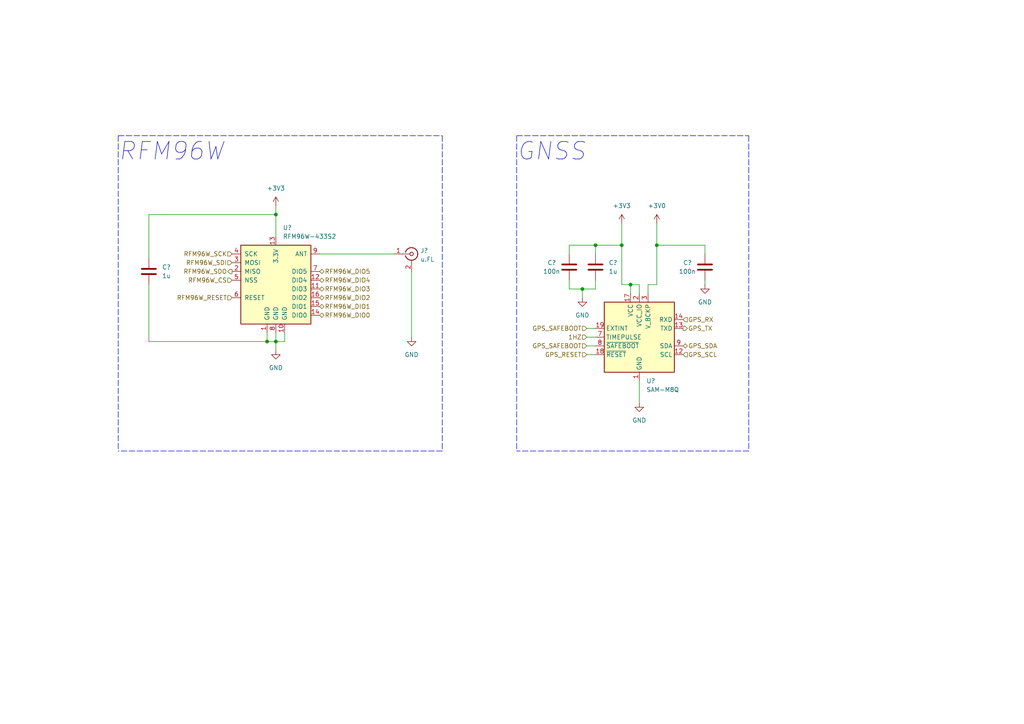
<source format=kicad_sch>
(kicad_sch (version 20211123) (generator eeschema)
  (paper "A4")
  (title_block (rev "1.0"))
  (lib_symbols
    (symbol "Connector:Conn_Coaxial" (pin_names (offset 1.016) hide)
      (property "Reference" "J" (at 0.254 3.048 0))
      (property "Value" "Conn_Coaxial" (at 2.921 0 90))
      (symbol "Conn_Coaxial_0_1"
        (arc (start -1.778 -0.508) (mid 0.2311 -1.8066) (end 1.778 0) (stroke (width 0.254)))
        (polyline (pts (xy -2.54 0) (xy -0.508 0)))
        (polyline (pts (xy 0 -2.54) (xy 0 -1.778)))
        (circle (center 0 0) (radius 0.508) (stroke (width 0.2032)))
        (arc (start 1.778 0) (mid 0.2099 1.8101) (end -1.778 0.508) (stroke (width 0.254)))
      )
      (symbol "Conn_Coaxial_1_1"
        (pin passive line (at -5.08 0 0) (length 2.54) (name "In") (number "1"))
        (pin passive line (at 0 -5.08 90) (length 2.54) (name "Ext") (number "2"))
      )
    )
    (symbol "Device:C" (pin_numbers hide) (pin_names (offset 0.254))
      (property "Reference" "C" (at 0.635 2.54 0))
      (property "Value" "C" (at 0.635 -2.54 0))
      (symbol "C_0_1"
        (polyline (pts (xy -2.032 -0.762) (xy 2.032 -0.762)) (stroke (width 0.508)))
        (polyline (pts (xy -2.032 0.762) (xy 2.032 0.762)) (stroke (width 0.508)))
      )
      (symbol "C_1_1"
        (pin passive line (at 0 3.81 270) (length 2.794) (name "~") (number "1"))
        (pin passive line (at 0 -3.81 90) (length 2.794) (name "~") (number "2"))
      )
    )
    (symbol "RF_GPS:SAM-M8Q"
      (property "Reference" "U" (at -8.89 11.43 0))
      (property "Value" "SAM-M8Q" (at 8.89 11.43 0))
      (symbol "SAM-M8Q_0_1"
        (rectangle (start -10.16 10.16) (end 10.16 -10.16) (stroke (width 0.254)) (fill (type background)))
      )
      (symbol "SAM-M8Q_1_1"
        (pin power_in line (at 0 -12.7 90) (length 2.54) (name "GND") (number "1"))
        (pin passive line (at 0 -12.7 90) (length 2.54) hide (name "GND") (number "10"))
        (pin passive line (at 0 -12.7 90) (length 2.54) hide (name "GND") (number "11"))
        (pin input line (at 12.7 -5.08 180) (length 2.54) (name "SCL") (number "12"))
        (pin output line (at 12.7 2.54 180) (length 2.54) (name "TXD") (number "13"))
        (pin input line (at 12.7 5.08 180) (length 2.54) (name "RXD") (number "14"))
        (pin passive line (at 0 -12.7 90) (length 2.54) hide (name "GND") (number "15"))
        (pin passive line (at 0 -12.7 90) (length 2.54) hide (name "GND") (number "16"))
        (pin power_in line (at -2.54 12.7 270) (length 2.54) (name "VCC") (number "17"))
        (pin input line (at -12.7 -5.08 0) (length 2.54) (name "~{RESET}") (number "18"))
        (pin input line (at -12.7 2.54 0) (length 2.54) (name "EXTINT") (number "19"))
        (pin power_in line (at 0 12.7 270) (length 2.54) (name "VCC_IO") (number "2"))
        (pin passive line (at 0 -12.7 90) (length 2.54) hide (name "GND") (number "20"))
        (pin power_in line (at 2.54 12.7 270) (length 2.54) (name "V_BCKP") (number "3"))
        (pin passive line (at 0 -12.7 90) (length 2.54) hide (name "GND") (number "4"))
        (pin passive line (at 0 -12.7 90) (length 2.54) hide (name "GND") (number "5"))
        (pin passive line (at 0 -12.7 90) (length 2.54) hide (name "GND") (number "6"))
        (pin output line (at -12.7 0 0) (length 2.54) (name "TIMEPULSE") (number "7"))
        (pin input line (at -12.7 -2.54 0) (length 2.54) (name "~{SAFEBOOT}") (number "8"))
        (pin bidirectional line (at 12.7 -2.54 180) (length 2.54) (name "SDA") (number "9"))
      )
    )
    (symbol "RF_Module:RFM96W-433S2" (pin_names (offset 1.016))
      (property "Reference" "U" (at -10.414 11.684 0))
      (property "Value" "RFM96W-433S2" (at 1.524 11.43 0))
      (symbol "RFM96W-433S2_0_1"
        (rectangle (start -10.16 10.16) (end 10.16 -12.7) (stroke (width 0.254)) (fill (type background)))
      )
      (symbol "RFM96W-433S2_1_1"
        (pin power_in line (at -2.54 -15.24 90) (length 2.54) (name "GND") (number "1"))
        (pin power_in line (at 2.54 -15.24 90) (length 2.54) (name "GND") (number "10"))
        (pin bidirectional line (at 12.7 -2.54 180) (length 2.54) (name "DIO3") (number "11"))
        (pin bidirectional line (at 12.7 0 180) (length 2.54) (name "DIO4") (number "12"))
        (pin power_in line (at 0 12.7 270) (length 2.54) (name "3.3V") (number "13"))
        (pin bidirectional line (at 12.7 -10.16 180) (length 2.54) (name "DIO0") (number "14"))
        (pin bidirectional line (at 12.7 -7.62 180) (length 2.54) (name "DIO1") (number "15"))
        (pin bidirectional line (at 12.7 -5.08 180) (length 2.54) (name "DIO2") (number "16"))
        (pin output line (at -12.7 2.54 0) (length 2.54) (name "MISO") (number "2"))
        (pin input line (at -12.7 5.08 0) (length 2.54) (name "MOSI") (number "3"))
        (pin input line (at -12.7 7.62 0) (length 2.54) (name "SCK") (number "4"))
        (pin input line (at -12.7 0 0) (length 2.54) (name "NSS") (number "5"))
        (pin bidirectional line (at -12.7 -5.08 0) (length 2.54) (name "RESET") (number "6"))
        (pin bidirectional line (at 12.7 2.54 180) (length 2.54) (name "DIO5") (number "7"))
        (pin power_in line (at 0 -15.24 90) (length 2.54) (name "GND") (number "8"))
        (pin bidirectional line (at 12.7 7.62 180) (length 2.54) (name "ANT") (number "9"))
      )
    )
    (symbol "power:+3V0" (power) (pin_names (offset 0))
      (property "Value" "+3V0" (at 0 3.556 0))
      (symbol "+3V0_0_1"
        (polyline (pts (xy -0.762 1.27) (xy 0 2.54)))
        (polyline (pts (xy 0 0) (xy 0 2.54)))
        (polyline (pts (xy 0 2.54) (xy 0.762 1.27)))
      )
      (symbol "+3V0_1_1"
        (pin power_in line (at 0 0 90) (length 0) hide (name "+3V0") (number "1"))
      )
    )
    (symbol "power:+3V3" (power) (pin_names (offset 0))
      (property "Value" "+3V3" (at 0 3.556 0))
      (symbol "+3V3_0_1"
        (polyline (pts (xy -0.762 1.27) (xy 0 2.54)))
        (polyline (pts (xy 0 0) (xy 0 2.54)))
        (polyline (pts (xy 0 2.54) (xy 0.762 1.27)))
      )
      (symbol "+3V3_1_1"
        (pin power_in line (at 0 0 90) (length 0) hide (name "+3V3") (number "1"))
      )
    )
    (symbol "power:GND" (power) (pin_names (offset 0))
      (property "Value" "GND" (at 0 -3.81 0))
      (symbol "GND_0_1"
        (polyline (pts (xy 0 0) (xy 0 -1.27) (xy 1.27 -1.27) (xy 0 -2.54) (xy -1.27 -1.27) (xy 0 -1.27)))
      )
      (symbol "GND_1_1"
        (pin power_in line (at 0 0 270) (length 0) hide (name "GND") (number "1"))
      )
    )
  )
  (junction (at 80.01 62.23))
  (junction (at 80.01 99.06))
  (junction (at 190.5 71.12))
  (junction (at 77.47 99.06))
  (junction (at 182.88 82.55))
  (junction (at 168.91 83.82))
  (junction (at 172.72 71.12))
  (junction (at 180.34 71.12))
  (wire (pts (xy 172.72 83.82) (xy 172.72 81.28)))
  (wire (pts (xy 185.42 82.55) (xy 185.42 85.09)))
  (wire (pts (xy 80.01 59.69) (xy 80.01 62.23)))
  (wire (pts (xy 168.91 83.82) (xy 168.91 86.36)))
  (wire (pts (xy 172.72 71.12) (xy 180.34 71.12)))
  (wire (pts (xy 182.88 82.55) (xy 182.88 85.09)))
  (wire (pts (xy 80.01 62.23) (xy 80.01 68.58)))
  (polyline (pts (xy 128.27 39.37) (xy 128.27 130.81)))
  (wire (pts (xy 80.01 99.06) (xy 82.55 99.06)))
  (wire (pts (xy 43.18 99.06) (xy 77.47 99.06)))
  (wire (pts (xy 182.88 82.55) (xy 185.42 82.55)))
  (wire (pts (xy 204.47 73.66) (xy 204.47 71.12)))
  (wire (pts (xy 119.38 78.74) (xy 119.38 97.79)))
  (polyline (pts (xy 34.29 39.37) (xy 34.29 130.81)))
  (wire (pts (xy 80.01 99.06) (xy 80.01 101.6)))
  (wire (pts (xy 170.18 100.33) (xy 172.72 100.33)))
  (wire (pts (xy 77.47 96.52) (xy 77.47 99.06)))
  (wire (pts (xy 204.47 81.28) (xy 204.47 82.55)))
  (wire (pts (xy 165.1 83.82) (xy 168.91 83.82)))
  (polyline (pts (xy 128.27 130.81) (xy 34.29 130.81)))
  (wire (pts (xy 185.42 110.49) (xy 185.42 116.84)))
  (wire (pts (xy 80.01 96.52) (xy 80.01 99.06)))
  (wire (pts (xy 190.5 64.77) (xy 190.5 71.12)))
  (wire (pts (xy 165.1 73.66) (xy 165.1 71.12)))
  (wire (pts (xy 204.47 71.12) (xy 190.5 71.12)))
  (polyline (pts (xy 149.86 39.37) (xy 217.17 39.37)))
  (wire (pts (xy 92.71 73.66) (xy 114.3 73.66)))
  (wire (pts (xy 190.5 71.12) (xy 190.5 82.55)))
  (wire (pts (xy 165.1 81.28) (xy 165.1 83.82)))
  (wire (pts (xy 170.18 95.25) (xy 172.72 95.25)))
  (polyline (pts (xy 217.17 39.37) (xy 217.17 130.81)))
  (wire (pts (xy 180.34 82.55) (xy 182.88 82.55)))
  (polyline (pts (xy 217.17 130.81) (xy 149.86 130.81)))
  (wire (pts (xy 170.18 97.79) (xy 172.72 97.79)))
  (wire (pts (xy 77.47 99.06) (xy 80.01 99.06)))
  (wire (pts (xy 172.72 71.12) (xy 172.72 73.66)))
  (wire (pts (xy 180.34 64.77) (xy 180.34 71.12)))
  (wire (pts (xy 180.34 71.12) (xy 180.34 82.55)))
  (wire (pts (xy 187.96 82.55) (xy 187.96 85.09)))
  (polyline (pts (xy 34.29 39.37) (xy 128.27 39.37)))
  (wire (pts (xy 43.18 82.55) (xy 43.18 99.06)))
  (wire (pts (xy 165.1 71.12) (xy 172.72 71.12)))
  (wire (pts (xy 43.18 74.93) (xy 43.18 62.23)))
  (wire (pts (xy 43.18 62.23) (xy 80.01 62.23)))
  (wire (pts (xy 168.91 83.82) (xy 172.72 83.82)))
  (wire (pts (xy 82.55 99.06) (xy 82.55 96.52)))
  (wire (pts (xy 190.5 82.55) (xy 187.96 82.55)))
  (wire (pts (xy 170.18 102.87) (xy 172.72 102.87)))
  (polyline (pts (xy 149.86 39.37) (xy 149.86 130.81)))
  (text "GNSS" (at 149.86 46.99 0) (effects (font (size 5.08 5.08) italic) (justify left bottom)))
  (text "RFM96W\n" (at 34.29 46.99 0) (effects (font (size 5.08 5.08) italic) (justify left bottom)))
  (hierarchical_label "RFM96W_RESET" (shape input) (at 67.31 86.36 180))
  (hierarchical_label "GPS_SCL" (shape input) (at 198.12 102.87 0))
  (hierarchical_label "RFM96W_DIO3" (shape bidirectional) (at 92.71 83.82 0))
  (hierarchical_label "RFM96W_DIO2" (shape bidirectional) (at 92.71 86.36 0))
  (hierarchical_label "RFM96W_SDO" (shape output) (at 67.31 78.74 180))
  (hierarchical_label "RFM96W_CS" (shape input) (at 67.31 81.28 180))
  (hierarchical_label "RFM96W_DIO4" (shape bidirectional) (at 92.71 81.28 0))
  (hierarchical_label "1HZ" (shape input) (at 170.18 97.79 180))
  (hierarchical_label "GPS_SAFEBOOT" (shape input) (at 170.18 100.33 180))
  (hierarchical_label "RFM96W_DIO5" (shape bidirectional) (at 92.71 78.74 0))
  (hierarchical_label "GPS_TX" (shape output) (at 198.12 95.25 0))
  (hierarchical_label "GPS_SAFEBOOT" (shape input) (at 170.18 95.25 180))
  (hierarchical_label "RFM96W_DIO1" (shape bidirectional) (at 92.71 88.9 0))
  (hierarchical_label "RFM96W_SDI" (shape input) (at 67.31 76.2 180))
  (hierarchical_label "GPS_RX" (shape input) (at 198.12 92.71 0))
  (hierarchical_label "GPS_RESET" (shape input) (at 170.18 102.87 180))
  (hierarchical_label "RFM96W_SCK" (shape input) (at 67.31 73.66 180))
  (hierarchical_label "GPS_SDA" (shape bidirectional) (at 198.12 100.33 0))
  (hierarchical_label "RFM96W_DIO0" (shape bidirectional) (at 92.71 91.44 0))
  (symbol (lib_id "Device:C") (at 43.18 78.74 180) (unit 1)
    (property "Reference" "C?" (at 46.99 77.4699 0) (effects (justify right)))
    (property "Value" "1u" (at 46.99 80.0099 0) (effects (justify right)))
    (property "Footprint" "Capacitor_SMD:C_0805_2012Metric" (effects hide))
  )
  (symbol (lib_id "power:+3V3") (at 180.34 64.77 0) (unit 1)
    (property "Reference" "#PWR?" (effects hide))
    (property "Value" "+3V3" (at 180.34 59.69 0))
  )
  (symbol (lib_id "Device:C") (at 172.72 77.47 0) (unit 1)
    (property "Reference" "C?" (at 176.53 76.1999 0) (effects (justify left)))
    (property "Value" "1u" (at 176.53 78.7399 0) (effects (justify left)))
    (property "Footprint" "Capacitor_SMD:C_0805_2012Metric" (effects hide))
  )
  (symbol (lib_id "power:GND") (at 119.38 97.79 0) (unit 1)
    (property "Reference" "#PWR?" (effects hide))
    (property "Value" "GND" (at 119.38 102.87 0))
  )
  (symbol (lib_id "power:GND") (at 168.91 86.36 0) (unit 1)
    (property "Reference" "#PWR?" (effects hide))
    (property "Value" "GND" (at 168.91 91.44 0))
  )
  (symbol (lib_id "power:+3V3") (at 80.01 59.69 0) (unit 1)
    (property "Reference" "#PWR?" (effects hide))
    (property "Value" "+3V3" (at 80.01 54.61 0))
  )
  (symbol (lib_id "power:GND") (at 204.47 82.55 0) (unit 1)
    (property "Reference" "#PWR?" (effects hide))
    (property "Value" "GND" (at 204.47 87.63 0))
  )
  (symbol (lib_id "Device:C") (at 204.47 77.47 0) (unit 1)
    (property "Reference" "C?" (at 198.12 76.2 0) (effects (justify left)))
    (property "Value" "100n" (at 196.85 78.74 0) (effects (justify left)))
    (property "Footprint" "Capacitor_SMD:C_0805_2012Metric" (effects hide))
  )
  (symbol (lib_id "power:GND") (at 185.42 116.84 0) (unit 1)
    (property "Reference" "#PWR?" (effects hide))
    (property "Value" "GND" (at 185.42 121.92 0))
  )
  (symbol (lib_id "Device:C") (at 165.1 77.47 0) (unit 1)
    (property "Reference" "C?" (at 158.75 76.2 0) (effects (justify left)))
    (property "Value" "100n" (at 157.48 78.74 0) (effects (justify left)))
    (property "Footprint" "Capacitor_SMD:C_0805_2012Metric" (effects hide))
  )
  (symbol (lib_id "RF_GPS:SAM-M8Q") (at 185.42 97.79 0) (unit 1)
    (property "Reference" "U?" (at 187.4394 110.49 0) (effects (justify left)))
    (property "Value" "SAM-M8Q" (at 187.4394 113.03 0) (effects (justify left)))
    (property "Footprint" "RF_GPS:ublox_SAM-M8Q" (effects hide))
    (property "Datasheet" "https://www.u-blox.com/sites/default/files/SAM-M8Q_DataSheet_%28UBX-16012619%29.pdf" (effects hide))
  )
  (symbol (lib_id "power:GND") (at 80.01 101.6 0) (unit 1)
    (property "Reference" "#PWR?" (effects hide))
    (property "Value" "GND" (at 80.01 106.68 0))
  )
  (symbol (lib_id "RF_Module:RFM96W-433S2") (at 80.01 81.28 0) (unit 1)
    (property "Reference" "U?" (at 82.0294 66.04 0) (effects (justify left)))
    (property "Value" "RFM96W-433S2" (at 82.0294 68.58 0) (effects (justify left)))
    (property "Datasheet" "https://www.hoperf.com/data/upload/portal/20181127/5bfcc0ac60235.pdf" (effects hide))
  )
  (symbol (lib_id "Connector:Conn_Coaxial") (at 119.38 73.66 0) (unit 1)
    (property "Reference" "J?" (at 121.92 72.6831 0) (effects (justify left)))
    (property "Value" "u.FL" (at 121.92 75.2231 0) (effects (justify left)))
    (property "Footprint" "Connector_Coaxial:U.FL_Hirose_U.FL-R-SMT-1_Vertical" (effects hide))
    (property "Datasheet" "https://media.digikey.com/pdf/Data%20Sheets/Hirose%20PDFs/UFL%20Series.pdf" (effects hide))
  )
  (symbol (lib_id "power:+3V0") (at 190.5 64.77 0) (unit 1)
    (property "Reference" "#PWR?" (effects hide))
    (property "Value" "+3V0" (at 190.5 59.69 0))
  )
)
</source>
